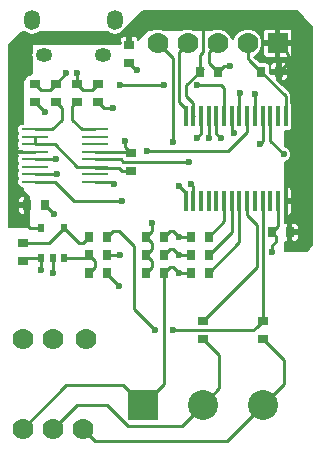
<source format=gtl>
G04 #@! TF.FileFunction,Copper,L1,Top,Signal*
%FSLAX46Y46*%
G04 Gerber Fmt 4.6, Leading zero omitted, Abs format (unit mm)*
G04 Created by KiCad (PCBNEW 4.0.1-stable) date 2/4/2016 12:26:45 PM*
%MOMM*%
G01*
G04 APERTURE LIST*
%ADD10C,0.100000*%
%ADD11R,0.787400X0.863600*%
%ADD12R,0.863600X0.787400*%
%ADD13R,1.778000X1.778000*%
%ADD14C,1.778000*%
%ADD15R,2.540000X2.540000*%
%ADD16C,2.540000*%
%ADD17R,0.508000X0.762000*%
%ADD18R,0.400000X1.750000*%
%ADD19R,2.200000X0.254000*%
%ADD20O,1.400000X1.150000*%
%ADD21O,1.325000X1.700000*%
%ADD22C,0.600000*%
%ADD23C,0.250000*%
%ADD24C,0.203200*%
G04 APERTURE END LIST*
D10*
D11*
X144018000Y-92202000D03*
X145542000Y-92202000D03*
X140970000Y-106172000D03*
X139446000Y-106172000D03*
D12*
X130048000Y-93218000D03*
X130048000Y-94742000D03*
D11*
X140970000Y-107696000D03*
X139446000Y-107696000D03*
D12*
X135382000Y-93218000D03*
X135382000Y-94742000D03*
D11*
X140970000Y-109220000D03*
X139446000Y-109220000D03*
D12*
X138176000Y-100584000D03*
X138176000Y-99060000D03*
D13*
X150622000Y-89789000D03*
D14*
X148082000Y-89789000D03*
X145542000Y-89789000D03*
X143002000Y-89789000D03*
X140462000Y-89789000D03*
D15*
X139192000Y-120396000D03*
D16*
X144272000Y-120396000D03*
X149352000Y-120396000D03*
D14*
X129032000Y-122428000D03*
X131572000Y-122428000D03*
X134112000Y-122428000D03*
X134366000Y-114808000D03*
X131572000Y-114808000D03*
X129032000Y-114808000D03*
D11*
X149225000Y-92202000D03*
X150749000Y-92202000D03*
D12*
X129032000Y-108204000D03*
X129032000Y-106680000D03*
D11*
X134620000Y-107696000D03*
X136144000Y-107696000D03*
X136144000Y-109220000D03*
X134620000Y-109220000D03*
X136144000Y-106172000D03*
X134620000Y-106172000D03*
X143256000Y-109220000D03*
X144780000Y-109220000D03*
X143256000Y-107696000D03*
X144780000Y-107696000D03*
X143256000Y-106172000D03*
X144780000Y-106172000D03*
D12*
X131826000Y-94742000D03*
X131826000Y-93218000D03*
X133604000Y-94742000D03*
X133604000Y-93218000D03*
X144272000Y-114808000D03*
X144272000Y-113284000D03*
X149352000Y-113284000D03*
X149352000Y-114808000D03*
D17*
X130619500Y-107950000D03*
X132524500Y-107950000D03*
X130619500Y-105410000D03*
X131572000Y-107950000D03*
X132524500Y-105410000D03*
D18*
X151291000Y-95968000D03*
X150641000Y-95968000D03*
X149991000Y-95968000D03*
X149341000Y-95968000D03*
X148691000Y-95968000D03*
X148041000Y-95968000D03*
X147391000Y-95968000D03*
X146741000Y-95968000D03*
X146091000Y-95968000D03*
X145441000Y-95968000D03*
X144791000Y-95968000D03*
X144141000Y-95968000D03*
X143491000Y-95968000D03*
X142841000Y-95968000D03*
X142841000Y-103168000D03*
X143491000Y-103168000D03*
X144141000Y-103168000D03*
X144791000Y-103168000D03*
X145441000Y-103168000D03*
X146091000Y-103168000D03*
X146741000Y-103168000D03*
X147391000Y-103168000D03*
X148041000Y-103168000D03*
X148691000Y-103168000D03*
X149341000Y-103168000D03*
X149991000Y-103168000D03*
X150641000Y-103168000D03*
X151291000Y-103168000D03*
D19*
X130048000Y-101536500D03*
X135128000Y-101536500D03*
X130048000Y-100901500D03*
X135128000Y-100901500D03*
X130048000Y-100266500D03*
X135128000Y-100266500D03*
X130048000Y-99631500D03*
X135128000Y-99631500D03*
X130048000Y-98996500D03*
X135128000Y-98996500D03*
X130048000Y-98361500D03*
X135128000Y-98361500D03*
X130048000Y-97726500D03*
X135128000Y-97726500D03*
X130048000Y-97091500D03*
X135128000Y-97091500D03*
D20*
X130850000Y-90764000D03*
X135850000Y-90764000D03*
D21*
X129850000Y-87864000D03*
X136850000Y-87864000D03*
D11*
X129413000Y-103505000D03*
X130937000Y-103505000D03*
X151638000Y-105791000D03*
X150114000Y-105791000D03*
D12*
X138049000Y-89916000D03*
X138049000Y-91440000D03*
D22*
X131318000Y-89281000D03*
X146558000Y-91694000D03*
X138684000Y-92075000D03*
X131699000Y-104267000D03*
X150114000Y-107442000D03*
X137668000Y-98044000D03*
X130937000Y-95631000D03*
X136652000Y-95250000D03*
X131826000Y-99568000D03*
X139954000Y-105029000D03*
X131572000Y-109220000D03*
X146939000Y-97409000D03*
X137287000Y-107696000D03*
X145796000Y-97790000D03*
X142240000Y-106172000D03*
X132715000Y-92329000D03*
X144780000Y-97790000D03*
X142240000Y-107696000D03*
X133604000Y-92329000D03*
X143764000Y-97790000D03*
X142240000Y-109220000D03*
X142240000Y-101854000D03*
X141732000Y-98171000D03*
X147447000Y-93980000D03*
X130556000Y-108966000D03*
X140208000Y-114046000D03*
X141732000Y-114046000D03*
X137414000Y-103124000D03*
X148717000Y-94107000D03*
X139573000Y-98933000D03*
X136779000Y-101727000D03*
X131953000Y-100838000D03*
X137287000Y-93345000D03*
X140970000Y-93345000D03*
X143764000Y-93345000D03*
X143256000Y-101727000D03*
X143129000Y-99822000D03*
X149098000Y-98298000D03*
X151130000Y-99187000D03*
X137160000Y-110363000D03*
D23*
X138049000Y-89916000D02*
X138049000Y-88900000D01*
X130048000Y-98996500D02*
X128333500Y-98996500D01*
X128333500Y-98996500D02*
X128270000Y-99060000D01*
X143491000Y-95968000D02*
X143491000Y-94850000D01*
X142875000Y-93345000D02*
X144018000Y-92202000D01*
X142875000Y-94234000D02*
X142875000Y-93345000D01*
X143491000Y-94850000D02*
X142875000Y-94234000D01*
X144018000Y-92202000D02*
X144018000Y-90805000D01*
X144018000Y-90805000D02*
X144272000Y-90551000D01*
X144272000Y-90551000D02*
X144272000Y-88519000D01*
X143510000Y-95949000D02*
X143491000Y-95968000D01*
X144018000Y-92202000D02*
X144272000Y-91948000D01*
X130619500Y-105410000D02*
X129667000Y-105410000D01*
X129667000Y-105410000D02*
X129159000Y-104902000D01*
X150749000Y-92202000D02*
X151511000Y-91440000D01*
X151511000Y-91440000D02*
X151511000Y-90678000D01*
X151511000Y-90678000D02*
X150622000Y-89789000D01*
X130619500Y-105410000D02*
X130619500Y-105346500D01*
X145542000Y-92202000D02*
X146050000Y-91694000D01*
X146050000Y-91694000D02*
X146558000Y-91694000D01*
X145542000Y-92202000D02*
X145161000Y-91821000D01*
X145161000Y-91821000D02*
X144907000Y-91567000D01*
X144907000Y-91567000D02*
X144780000Y-91440000D01*
X144780000Y-91440000D02*
X144780000Y-90551000D01*
X144780000Y-90551000D02*
X145542000Y-89789000D01*
X138049000Y-91440000D02*
X138557000Y-91948000D01*
X138557000Y-91948000D02*
X138684000Y-92075000D01*
X130937000Y-103505000D02*
X131445000Y-104013000D01*
X131445000Y-104013000D02*
X131699000Y-104267000D01*
X150114000Y-105791000D02*
X150495000Y-106172000D01*
X150495000Y-106172000D02*
X150495000Y-106553000D01*
X150114000Y-106934000D02*
X150114000Y-107442000D01*
X150495000Y-106553000D02*
X150114000Y-106934000D01*
X150641000Y-103168000D02*
X150641000Y-105264000D01*
X150641000Y-105264000D02*
X150114000Y-105791000D01*
X138176000Y-99060000D02*
X137668000Y-98552000D01*
X137668000Y-98552000D02*
X137668000Y-98044000D01*
X130048000Y-94742000D02*
X130810000Y-95504000D01*
X130810000Y-95504000D02*
X130937000Y-95631000D01*
X135382000Y-94742000D02*
X135890000Y-95250000D01*
X135890000Y-95250000D02*
X136652000Y-95250000D01*
X130048000Y-99631500D02*
X131762500Y-99631500D01*
X131762500Y-99631500D02*
X131826000Y-99568000D01*
X139446000Y-106172000D02*
X139954000Y-105664000D01*
X139954000Y-105664000D02*
X139954000Y-105029000D01*
X131572000Y-107950000D02*
X131572000Y-109220000D01*
X146741000Y-95968000D02*
X146741000Y-97211000D01*
X146741000Y-97211000D02*
X146939000Y-97409000D01*
X135128000Y-98996500D02*
X138112500Y-98996500D01*
X138112500Y-98996500D02*
X138176000Y-99060000D01*
X139446000Y-107696000D02*
X139954000Y-107188000D01*
X139954000Y-106680000D02*
X139446000Y-106172000D01*
X139954000Y-107188000D02*
X139954000Y-106680000D01*
X139446000Y-109220000D02*
X139954000Y-108712000D01*
X139954000Y-108204000D02*
X139446000Y-107696000D01*
X139954000Y-108712000D02*
X139954000Y-108204000D01*
X137287000Y-107696000D02*
X136144000Y-107696000D01*
X140970000Y-106172000D02*
X141478000Y-105664000D01*
X141732000Y-105664000D02*
X142240000Y-106172000D01*
X141478000Y-105664000D02*
X141732000Y-105664000D01*
X145441000Y-95968000D02*
X145441000Y-97435000D01*
X145796000Y-97790000D02*
X145441000Y-97435000D01*
X142240000Y-106172000D02*
X143256000Y-106172000D01*
X130048000Y-93218000D02*
X130556000Y-93726000D01*
X131318000Y-93726000D02*
X131826000Y-93218000D01*
X130556000Y-93726000D02*
X131318000Y-93726000D01*
X131826000Y-93218000D02*
X132715000Y-92329000D01*
X140970000Y-107696000D02*
X141478000Y-107188000D01*
X141732000Y-107188000D02*
X142240000Y-107696000D01*
X141478000Y-107188000D02*
X141732000Y-107188000D01*
X143256000Y-107696000D02*
X142240000Y-107696000D01*
X144791000Y-97779000D02*
X144791000Y-95968000D01*
X144780000Y-97790000D02*
X144791000Y-97779000D01*
X133604000Y-93218000D02*
X134112000Y-93726000D01*
X134874000Y-93726000D02*
X135382000Y-93218000D01*
X134112000Y-93726000D02*
X134874000Y-93726000D01*
X133604000Y-93218000D02*
X133604000Y-92329000D01*
X139192000Y-120396000D02*
X137541000Y-118745000D01*
X132715000Y-118745000D02*
X129032000Y-122428000D01*
X137541000Y-118745000D02*
X132715000Y-118745000D01*
X140970000Y-109220000D02*
X140970000Y-118618000D01*
X140970000Y-118618000D02*
X139192000Y-120396000D01*
X140970000Y-109220000D02*
X141478000Y-108712000D01*
X141732000Y-108712000D02*
X142240000Y-109220000D01*
X141478000Y-108712000D02*
X141732000Y-108712000D01*
X143256000Y-109220000D02*
X142240000Y-109220000D01*
X144141000Y-97413000D02*
X144141000Y-95968000D01*
X143764000Y-97790000D02*
X144141000Y-97413000D01*
X135128000Y-100266500D02*
X133667500Y-100266500D01*
X131762500Y-98361500D02*
X130048000Y-98361500D01*
X133667500Y-100266500D02*
X131762500Y-98361500D01*
X130048000Y-98361500D02*
X130048000Y-97726500D01*
X138176000Y-100584000D02*
X137414000Y-100584000D01*
X137160000Y-100330000D02*
X135191500Y-100330000D01*
X137414000Y-100584000D02*
X137160000Y-100330000D01*
X135191500Y-100330000D02*
X135128000Y-100266500D01*
X149225000Y-92202000D02*
X148209000Y-91186000D01*
X148082000Y-91059000D02*
X148082000Y-89789000D01*
X148209000Y-91186000D02*
X148082000Y-91059000D01*
X151291000Y-95968000D02*
X151291000Y-94268000D01*
X151291000Y-94268000D02*
X149225000Y-92202000D01*
X142841000Y-95968000D02*
X142841000Y-95343000D01*
X142841000Y-95343000D02*
X142240000Y-94742000D01*
X142240000Y-94742000D02*
X142240000Y-90551000D01*
X142240000Y-90551000D02*
X143002000Y-89789000D01*
X142841000Y-89950000D02*
X143002000Y-89789000D01*
X141732000Y-98171000D02*
X141732000Y-91059000D01*
X142841000Y-102455000D02*
X142240000Y-101854000D01*
X141732000Y-91059000D02*
X140462000Y-89789000D01*
X142841000Y-103168000D02*
X142841000Y-102455000D01*
X130619500Y-107950000D02*
X130619500Y-108902500D01*
X147391000Y-94036000D02*
X147391000Y-95968000D01*
X147447000Y-93980000D02*
X147391000Y-94036000D01*
X130619500Y-108902500D02*
X130556000Y-108966000D01*
X129032000Y-108204000D02*
X129159000Y-108204000D01*
X129159000Y-108204000D02*
X129413000Y-107950000D01*
X129413000Y-107950000D02*
X130619500Y-107950000D01*
X129032000Y-106680000D02*
X131254500Y-106680000D01*
X131254500Y-106680000D02*
X132524500Y-105410000D01*
X134620000Y-106172000D02*
X134112000Y-106680000D01*
X133794500Y-106680000D02*
X132524500Y-105410000D01*
X134112000Y-106680000D02*
X133794500Y-106680000D01*
X134620000Y-107696000D02*
X135128000Y-108204000D01*
X135128000Y-108712000D02*
X134620000Y-109220000D01*
X135128000Y-108204000D02*
X135128000Y-108712000D01*
X132524500Y-107950000D02*
X134366000Y-107950000D01*
X134366000Y-107950000D02*
X134620000Y-107696000D01*
X148041000Y-103168000D02*
X148041000Y-104353000D01*
X148844000Y-108712000D02*
X144272000Y-113284000D01*
X148844000Y-105156000D02*
X148844000Y-108712000D01*
X148041000Y-104353000D02*
X148844000Y-105156000D01*
X147391000Y-103168000D02*
X147391000Y-106609000D01*
X147391000Y-106609000D02*
X144780000Y-109220000D01*
X146741000Y-103168000D02*
X146741000Y-105735000D01*
X146741000Y-105735000D02*
X144780000Y-107696000D01*
X146091000Y-103168000D02*
X146091000Y-104861000D01*
X146091000Y-104861000D02*
X144780000Y-106172000D01*
X131826000Y-94742000D02*
X132334000Y-95250000D01*
X131508500Y-97091500D02*
X130048000Y-97091500D01*
X132334000Y-96266000D02*
X131508500Y-97091500D01*
X132334000Y-95250000D02*
X132334000Y-96266000D01*
X133604000Y-94742000D02*
X133223000Y-95123000D01*
X133223000Y-95123000D02*
X133223000Y-96266000D01*
X133223000Y-96266000D02*
X134048500Y-97091500D01*
X134048500Y-97091500D02*
X135128000Y-97091500D01*
X149352000Y-113284000D02*
X148844000Y-113792000D01*
X136652000Y-105664000D02*
X136144000Y-106172000D01*
X136779000Y-105664000D02*
X136652000Y-105664000D01*
X137160000Y-105664000D02*
X136779000Y-105664000D01*
X138430000Y-106934000D02*
X137160000Y-105664000D01*
X138430000Y-112268000D02*
X138430000Y-106934000D01*
X140208000Y-114046000D02*
X138430000Y-112268000D01*
X142621000Y-114046000D02*
X141732000Y-114046000D01*
X148590000Y-114046000D02*
X142621000Y-114046000D01*
X148717000Y-113919000D02*
X148590000Y-114046000D01*
X148844000Y-113792000D02*
X148717000Y-113919000D01*
X149341000Y-103168000D02*
X149341000Y-113273000D01*
X149341000Y-113273000D02*
X149352000Y-113284000D01*
X148691000Y-95968000D02*
X148691000Y-94133000D01*
X131762500Y-101536500D02*
X130048000Y-101536500D01*
X133350000Y-103124000D02*
X131762500Y-101536500D01*
X137414000Y-103124000D02*
X133350000Y-103124000D01*
X148691000Y-94133000D02*
X148717000Y-94107000D01*
X135128000Y-101536500D02*
X136588500Y-101536500D01*
X148041000Y-97323000D02*
X148041000Y-95968000D01*
X146431000Y-98933000D02*
X148041000Y-97323000D01*
X145923000Y-98933000D02*
X146431000Y-98933000D01*
X139573000Y-98933000D02*
X145923000Y-98933000D01*
X136588500Y-101536500D02*
X136779000Y-101727000D01*
X146050000Y-93599000D02*
X145796000Y-93345000D01*
X131889500Y-100901500D02*
X131953000Y-100838000D01*
X146050000Y-93599000D02*
X146091000Y-93640000D01*
X146091000Y-95968000D02*
X146091000Y-93640000D01*
X131889500Y-100901500D02*
X130048000Y-100901500D01*
X137922000Y-93345000D02*
X137287000Y-93345000D01*
X140970000Y-93345000D02*
X137922000Y-93345000D01*
X145796000Y-93345000D02*
X143764000Y-93345000D01*
X135128000Y-99631500D02*
X137350500Y-99631500D01*
X143491000Y-101962000D02*
X143491000Y-103168000D01*
X143256000Y-101727000D02*
X143491000Y-101962000D01*
X137541000Y-99822000D02*
X143129000Y-99822000D01*
X137350500Y-99631500D02*
X137541000Y-99822000D01*
X149341000Y-98055000D02*
X149341000Y-95968000D01*
X149098000Y-98298000D02*
X149341000Y-98055000D01*
X144272000Y-120396000D02*
X142494000Y-122174000D01*
X133604000Y-120396000D02*
X131572000Y-122428000D01*
X136144000Y-120396000D02*
X133604000Y-120396000D01*
X137922000Y-122174000D02*
X136144000Y-120396000D01*
X142494000Y-122174000D02*
X137922000Y-122174000D01*
X144272000Y-114808000D02*
X145669000Y-116205000D01*
X145669000Y-118999000D02*
X144272000Y-120396000D01*
X145669000Y-116205000D02*
X145669000Y-118999000D01*
X149991000Y-95968000D02*
X149991000Y-98048000D01*
X151130000Y-99187000D02*
X149991000Y-98048000D01*
X137160000Y-110363000D02*
X136144000Y-109347000D01*
X136144000Y-109347000D02*
X136144000Y-109220000D01*
X149352000Y-120396000D02*
X147066000Y-122682000D01*
X135128000Y-123444000D02*
X134112000Y-122428000D01*
X146304000Y-123444000D02*
X135128000Y-123444000D01*
X147066000Y-122682000D02*
X146304000Y-123444000D01*
X151130000Y-118618000D02*
X149352000Y-120396000D01*
X151130000Y-116586000D02*
X151130000Y-118618000D01*
X149352000Y-114808000D02*
X151130000Y-116586000D01*
D24*
G36*
X153568400Y-88434084D02*
X153568400Y-106891916D01*
X153119916Y-107340400D01*
X151231600Y-107340400D01*
X151231600Y-106578400D01*
X151396700Y-106578400D01*
X151485600Y-106489500D01*
X151485600Y-105943400D01*
X151790400Y-105943400D01*
X151790400Y-106489500D01*
X151879300Y-106578400D01*
X152102433Y-106578400D01*
X152233131Y-106524263D01*
X152333163Y-106424231D01*
X152387300Y-106293533D01*
X152387300Y-106032300D01*
X152298400Y-105943400D01*
X151790400Y-105943400D01*
X151485600Y-105943400D01*
X151465600Y-105943400D01*
X151465600Y-105638600D01*
X151485600Y-105638600D01*
X151485600Y-105092500D01*
X151790400Y-105092500D01*
X151790400Y-105638600D01*
X152298400Y-105638600D01*
X152387300Y-105549700D01*
X152387300Y-105288467D01*
X152333163Y-105157769D01*
X152233131Y-105057737D01*
X152102433Y-105003600D01*
X151879300Y-105003600D01*
X151790400Y-105092500D01*
X151485600Y-105092500D01*
X151396700Y-105003600D01*
X151231600Y-105003600D01*
X151231600Y-103320400D01*
X151391000Y-103320400D01*
X151391000Y-104309700D01*
X151479900Y-104398600D01*
X151561733Y-104398600D01*
X151692431Y-104344463D01*
X151792463Y-104244431D01*
X151846600Y-104113733D01*
X151846600Y-103409300D01*
X151757700Y-103320400D01*
X151391000Y-103320400D01*
X151231600Y-103320400D01*
X151231600Y-102026300D01*
X151391000Y-102026300D01*
X151391000Y-103015600D01*
X151757700Y-103015600D01*
X151846600Y-102926700D01*
X151846600Y-102222267D01*
X151792463Y-102091569D01*
X151692431Y-101991537D01*
X151561733Y-101937400D01*
X151479900Y-101937400D01*
X151391000Y-102026300D01*
X151231600Y-102026300D01*
X151231600Y-99842689D01*
X151259835Y-99842714D01*
X151500882Y-99743115D01*
X151685467Y-99558852D01*
X151785486Y-99317979D01*
X151785714Y-99057165D01*
X151686115Y-98816118D01*
X151501852Y-98631533D01*
X151260979Y-98531514D01*
X151231600Y-98531488D01*
X151231600Y-97205566D01*
X151491000Y-97205566D01*
X151622777Y-97180770D01*
X151743807Y-97102890D01*
X151825001Y-96984058D01*
X151853566Y-96843000D01*
X151853566Y-95093000D01*
X151828770Y-94961223D01*
X151771600Y-94872378D01*
X151771600Y-94268005D01*
X151771601Y-94268000D01*
X151735017Y-94084082D01*
X151707578Y-94043017D01*
X151630836Y-93928164D01*
X151630833Y-93928162D01*
X150596600Y-92893928D01*
X150596600Y-92354400D01*
X150901400Y-92354400D01*
X150901400Y-92900500D01*
X150990300Y-92989400D01*
X151213433Y-92989400D01*
X151344131Y-92935263D01*
X151444163Y-92835231D01*
X151498300Y-92704533D01*
X151498300Y-92443300D01*
X151409400Y-92354400D01*
X150901400Y-92354400D01*
X150596600Y-92354400D01*
X150088600Y-92354400D01*
X150072836Y-92370164D01*
X149981266Y-92278594D01*
X149981266Y-91770200D01*
X149967957Y-91699467D01*
X149999700Y-91699467D01*
X149999700Y-91960700D01*
X150088600Y-92049600D01*
X150596600Y-92049600D01*
X150596600Y-91503500D01*
X150901400Y-91503500D01*
X150901400Y-92049600D01*
X151409400Y-92049600D01*
X151498300Y-91960700D01*
X151498300Y-91699467D01*
X151444163Y-91568769D01*
X151344131Y-91468737D01*
X151213433Y-91414600D01*
X150990300Y-91414600D01*
X150901400Y-91503500D01*
X150596600Y-91503500D01*
X150507700Y-91414600D01*
X150284567Y-91414600D01*
X150153869Y-91468737D01*
X150053837Y-91568769D01*
X149999700Y-91699467D01*
X149967957Y-91699467D01*
X149956470Y-91638423D01*
X149878590Y-91517393D01*
X149759758Y-91436199D01*
X149618700Y-91407634D01*
X149110306Y-91407634D01*
X148617194Y-90914522D01*
X148786088Y-90844736D01*
X149136505Y-90494930D01*
X149326383Y-90037652D01*
X149326389Y-90030300D01*
X149377400Y-90030300D01*
X149377400Y-90748733D01*
X149431537Y-90879431D01*
X149531569Y-90979463D01*
X149662267Y-91033600D01*
X150380700Y-91033600D01*
X150469600Y-90944700D01*
X150469600Y-89941400D01*
X150774400Y-89941400D01*
X150774400Y-90944700D01*
X150863300Y-91033600D01*
X151581733Y-91033600D01*
X151712431Y-90979463D01*
X151812463Y-90879431D01*
X151866600Y-90748733D01*
X151866600Y-90030300D01*
X151777700Y-89941400D01*
X150774400Y-89941400D01*
X150469600Y-89941400D01*
X149466300Y-89941400D01*
X149377400Y-90030300D01*
X149326389Y-90030300D01*
X149326815Y-89542520D01*
X149137736Y-89084912D01*
X148882537Y-88829267D01*
X149377400Y-88829267D01*
X149377400Y-89547700D01*
X149466300Y-89636600D01*
X150469600Y-89636600D01*
X150469600Y-88633300D01*
X150774400Y-88633300D01*
X150774400Y-89636600D01*
X151777700Y-89636600D01*
X151866600Y-89547700D01*
X151866600Y-88829267D01*
X151812463Y-88698569D01*
X151712431Y-88598537D01*
X151581733Y-88544400D01*
X150863300Y-88544400D01*
X150774400Y-88633300D01*
X150469600Y-88633300D01*
X150380700Y-88544400D01*
X149662267Y-88544400D01*
X149531569Y-88598537D01*
X149431537Y-88698569D01*
X149377400Y-88829267D01*
X148882537Y-88829267D01*
X148787930Y-88734495D01*
X148330652Y-88544617D01*
X147835520Y-88544185D01*
X147377912Y-88733264D01*
X147027495Y-89083070D01*
X146873827Y-89453143D01*
X146662614Y-89241930D01*
X146597736Y-89084912D01*
X146247930Y-88734495D01*
X145790652Y-88544617D01*
X145295520Y-88544185D01*
X144987635Y-88671400D01*
X143555980Y-88671400D01*
X143250652Y-88544617D01*
X142755520Y-88544185D01*
X142447635Y-88671400D01*
X141015980Y-88671400D01*
X140710652Y-88544617D01*
X140215520Y-88544185D01*
X139907635Y-88671400D01*
X139700000Y-88671400D01*
X139660472Y-88679405D01*
X139628158Y-88701158D01*
X138836400Y-89492916D01*
X138836400Y-89451567D01*
X138782263Y-89320869D01*
X138682231Y-89220837D01*
X138551533Y-89166700D01*
X138290300Y-89166700D01*
X138201400Y-89255600D01*
X138201400Y-89763600D01*
X138221400Y-89763600D01*
X138221400Y-89814400D01*
X137876600Y-89814400D01*
X137876600Y-89763600D01*
X137896600Y-89763600D01*
X137896600Y-89255600D01*
X137807700Y-89166700D01*
X137546467Y-89166700D01*
X137415769Y-89220837D01*
X137315737Y-89320869D01*
X137261600Y-89451567D01*
X137261600Y-89674700D01*
X137350498Y-89763598D01*
X137261600Y-89763598D01*
X137261600Y-89814400D01*
X129921000Y-89814400D01*
X129881472Y-89822405D01*
X129848172Y-89845157D01*
X129826348Y-89879073D01*
X129819400Y-89916000D01*
X129819400Y-90534352D01*
X129773720Y-90764000D01*
X129819400Y-90993648D01*
X129819400Y-92286916D01*
X129644582Y-92461734D01*
X129616200Y-92461734D01*
X129484423Y-92486530D01*
X129363393Y-92564410D01*
X129282199Y-92683242D01*
X129253634Y-92824300D01*
X129253634Y-92852682D01*
X129087158Y-93019158D01*
X129064868Y-93052769D01*
X129057400Y-93091000D01*
X129057400Y-96601934D01*
X128948000Y-96601934D01*
X128816223Y-96626730D01*
X128695193Y-96704610D01*
X128613999Y-96823442D01*
X128585434Y-96964500D01*
X128585434Y-97218500D01*
X128610230Y-97350277D01*
X128647903Y-97408822D01*
X128613999Y-97458442D01*
X128585434Y-97599500D01*
X128585434Y-97853500D01*
X128610230Y-97985277D01*
X128647903Y-98043822D01*
X128613999Y-98093442D01*
X128585434Y-98234500D01*
X128585434Y-98488500D01*
X128610230Y-98620277D01*
X128644362Y-98673320D01*
X128592400Y-98798767D01*
X128592400Y-98844100D01*
X128681300Y-98933000D01*
X129057400Y-98933000D01*
X129057400Y-99060000D01*
X128681300Y-99060000D01*
X128592400Y-99148900D01*
X128592400Y-99194233D01*
X128644188Y-99319259D01*
X128613999Y-99363442D01*
X128585434Y-99504500D01*
X128585434Y-99758500D01*
X128610230Y-99890277D01*
X128647903Y-99948822D01*
X128613999Y-99998442D01*
X128585434Y-100139500D01*
X128585434Y-100393500D01*
X128610230Y-100525277D01*
X128647903Y-100583822D01*
X128613999Y-100633442D01*
X128585434Y-100774500D01*
X128585434Y-101028500D01*
X128610230Y-101160277D01*
X128647903Y-101218822D01*
X128613999Y-101268442D01*
X128585434Y-101409500D01*
X128585434Y-101663500D01*
X128610230Y-101795277D01*
X128688110Y-101916307D01*
X128806942Y-101997501D01*
X128948000Y-102026066D01*
X129057400Y-102026066D01*
X129057400Y-102235000D01*
X129065405Y-102274528D01*
X129087158Y-102306842D01*
X129565400Y-102785084D01*
X129565400Y-105308400D01*
X127863600Y-105308400D01*
X127863600Y-103746300D01*
X128663700Y-103746300D01*
X128663700Y-104007533D01*
X128717837Y-104138231D01*
X128817869Y-104238263D01*
X128948567Y-104292400D01*
X129171700Y-104292400D01*
X129260600Y-104203500D01*
X129260600Y-103657400D01*
X128752600Y-103657400D01*
X128663700Y-103746300D01*
X127863600Y-103746300D01*
X127863600Y-103002467D01*
X128663700Y-103002467D01*
X128663700Y-103263700D01*
X128752600Y-103352600D01*
X129260600Y-103352600D01*
X129260600Y-102806500D01*
X129171700Y-102717600D01*
X128948567Y-102717600D01*
X128817869Y-102771737D01*
X128717837Y-102871769D01*
X128663700Y-103002467D01*
X127863600Y-103002467D01*
X127863600Y-89958084D01*
X128947084Y-88874600D01*
X129249188Y-88874600D01*
X129460390Y-89015721D01*
X129850000Y-89093219D01*
X130239610Y-89015721D01*
X130450812Y-88874600D01*
X136249188Y-88874600D01*
X136460390Y-89015721D01*
X136850000Y-89093219D01*
X137239610Y-89015721D01*
X137569905Y-88795024D01*
X137638864Y-88691820D01*
X139234084Y-87096600D01*
X152230916Y-87096600D01*
X153568400Y-88434084D01*
X153568400Y-88434084D01*
G37*
X153568400Y-88434084D02*
X153568400Y-106891916D01*
X153119916Y-107340400D01*
X151231600Y-107340400D01*
X151231600Y-106578400D01*
X151396700Y-106578400D01*
X151485600Y-106489500D01*
X151485600Y-105943400D01*
X151790400Y-105943400D01*
X151790400Y-106489500D01*
X151879300Y-106578400D01*
X152102433Y-106578400D01*
X152233131Y-106524263D01*
X152333163Y-106424231D01*
X152387300Y-106293533D01*
X152387300Y-106032300D01*
X152298400Y-105943400D01*
X151790400Y-105943400D01*
X151485600Y-105943400D01*
X151465600Y-105943400D01*
X151465600Y-105638600D01*
X151485600Y-105638600D01*
X151485600Y-105092500D01*
X151790400Y-105092500D01*
X151790400Y-105638600D01*
X152298400Y-105638600D01*
X152387300Y-105549700D01*
X152387300Y-105288467D01*
X152333163Y-105157769D01*
X152233131Y-105057737D01*
X152102433Y-105003600D01*
X151879300Y-105003600D01*
X151790400Y-105092500D01*
X151485600Y-105092500D01*
X151396700Y-105003600D01*
X151231600Y-105003600D01*
X151231600Y-103320400D01*
X151391000Y-103320400D01*
X151391000Y-104309700D01*
X151479900Y-104398600D01*
X151561733Y-104398600D01*
X151692431Y-104344463D01*
X151792463Y-104244431D01*
X151846600Y-104113733D01*
X151846600Y-103409300D01*
X151757700Y-103320400D01*
X151391000Y-103320400D01*
X151231600Y-103320400D01*
X151231600Y-102026300D01*
X151391000Y-102026300D01*
X151391000Y-103015600D01*
X151757700Y-103015600D01*
X151846600Y-102926700D01*
X151846600Y-102222267D01*
X151792463Y-102091569D01*
X151692431Y-101991537D01*
X151561733Y-101937400D01*
X151479900Y-101937400D01*
X151391000Y-102026300D01*
X151231600Y-102026300D01*
X151231600Y-99842689D01*
X151259835Y-99842714D01*
X151500882Y-99743115D01*
X151685467Y-99558852D01*
X151785486Y-99317979D01*
X151785714Y-99057165D01*
X151686115Y-98816118D01*
X151501852Y-98631533D01*
X151260979Y-98531514D01*
X151231600Y-98531488D01*
X151231600Y-97205566D01*
X151491000Y-97205566D01*
X151622777Y-97180770D01*
X151743807Y-97102890D01*
X151825001Y-96984058D01*
X151853566Y-96843000D01*
X151853566Y-95093000D01*
X151828770Y-94961223D01*
X151771600Y-94872378D01*
X151771600Y-94268005D01*
X151771601Y-94268000D01*
X151735017Y-94084082D01*
X151707578Y-94043017D01*
X151630836Y-93928164D01*
X151630833Y-93928162D01*
X150596600Y-92893928D01*
X150596600Y-92354400D01*
X150901400Y-92354400D01*
X150901400Y-92900500D01*
X150990300Y-92989400D01*
X151213433Y-92989400D01*
X151344131Y-92935263D01*
X151444163Y-92835231D01*
X151498300Y-92704533D01*
X151498300Y-92443300D01*
X151409400Y-92354400D01*
X150901400Y-92354400D01*
X150596600Y-92354400D01*
X150088600Y-92354400D01*
X150072836Y-92370164D01*
X149981266Y-92278594D01*
X149981266Y-91770200D01*
X149967957Y-91699467D01*
X149999700Y-91699467D01*
X149999700Y-91960700D01*
X150088600Y-92049600D01*
X150596600Y-92049600D01*
X150596600Y-91503500D01*
X150901400Y-91503500D01*
X150901400Y-92049600D01*
X151409400Y-92049600D01*
X151498300Y-91960700D01*
X151498300Y-91699467D01*
X151444163Y-91568769D01*
X151344131Y-91468737D01*
X151213433Y-91414600D01*
X150990300Y-91414600D01*
X150901400Y-91503500D01*
X150596600Y-91503500D01*
X150507700Y-91414600D01*
X150284567Y-91414600D01*
X150153869Y-91468737D01*
X150053837Y-91568769D01*
X149999700Y-91699467D01*
X149967957Y-91699467D01*
X149956470Y-91638423D01*
X149878590Y-91517393D01*
X149759758Y-91436199D01*
X149618700Y-91407634D01*
X149110306Y-91407634D01*
X148617194Y-90914522D01*
X148786088Y-90844736D01*
X149136505Y-90494930D01*
X149326383Y-90037652D01*
X149326389Y-90030300D01*
X149377400Y-90030300D01*
X149377400Y-90748733D01*
X149431537Y-90879431D01*
X149531569Y-90979463D01*
X149662267Y-91033600D01*
X150380700Y-91033600D01*
X150469600Y-90944700D01*
X150469600Y-89941400D01*
X150774400Y-89941400D01*
X150774400Y-90944700D01*
X150863300Y-91033600D01*
X151581733Y-91033600D01*
X151712431Y-90979463D01*
X151812463Y-90879431D01*
X151866600Y-90748733D01*
X151866600Y-90030300D01*
X151777700Y-89941400D01*
X150774400Y-89941400D01*
X150469600Y-89941400D01*
X149466300Y-89941400D01*
X149377400Y-90030300D01*
X149326389Y-90030300D01*
X149326815Y-89542520D01*
X149137736Y-89084912D01*
X148882537Y-88829267D01*
X149377400Y-88829267D01*
X149377400Y-89547700D01*
X149466300Y-89636600D01*
X150469600Y-89636600D01*
X150469600Y-88633300D01*
X150774400Y-88633300D01*
X150774400Y-89636600D01*
X151777700Y-89636600D01*
X151866600Y-89547700D01*
X151866600Y-88829267D01*
X151812463Y-88698569D01*
X151712431Y-88598537D01*
X151581733Y-88544400D01*
X150863300Y-88544400D01*
X150774400Y-88633300D01*
X150469600Y-88633300D01*
X150380700Y-88544400D01*
X149662267Y-88544400D01*
X149531569Y-88598537D01*
X149431537Y-88698569D01*
X149377400Y-88829267D01*
X148882537Y-88829267D01*
X148787930Y-88734495D01*
X148330652Y-88544617D01*
X147835520Y-88544185D01*
X147377912Y-88733264D01*
X147027495Y-89083070D01*
X146873827Y-89453143D01*
X146662614Y-89241930D01*
X146597736Y-89084912D01*
X146247930Y-88734495D01*
X145790652Y-88544617D01*
X145295520Y-88544185D01*
X144987635Y-88671400D01*
X143555980Y-88671400D01*
X143250652Y-88544617D01*
X142755520Y-88544185D01*
X142447635Y-88671400D01*
X141015980Y-88671400D01*
X140710652Y-88544617D01*
X140215520Y-88544185D01*
X139907635Y-88671400D01*
X139700000Y-88671400D01*
X139660472Y-88679405D01*
X139628158Y-88701158D01*
X138836400Y-89492916D01*
X138836400Y-89451567D01*
X138782263Y-89320869D01*
X138682231Y-89220837D01*
X138551533Y-89166700D01*
X138290300Y-89166700D01*
X138201400Y-89255600D01*
X138201400Y-89763600D01*
X138221400Y-89763600D01*
X138221400Y-89814400D01*
X137876600Y-89814400D01*
X137876600Y-89763600D01*
X137896600Y-89763600D01*
X137896600Y-89255600D01*
X137807700Y-89166700D01*
X137546467Y-89166700D01*
X137415769Y-89220837D01*
X137315737Y-89320869D01*
X137261600Y-89451567D01*
X137261600Y-89674700D01*
X137350498Y-89763598D01*
X137261600Y-89763598D01*
X137261600Y-89814400D01*
X129921000Y-89814400D01*
X129881472Y-89822405D01*
X129848172Y-89845157D01*
X129826348Y-89879073D01*
X129819400Y-89916000D01*
X129819400Y-90534352D01*
X129773720Y-90764000D01*
X129819400Y-90993648D01*
X129819400Y-92286916D01*
X129644582Y-92461734D01*
X129616200Y-92461734D01*
X129484423Y-92486530D01*
X129363393Y-92564410D01*
X129282199Y-92683242D01*
X129253634Y-92824300D01*
X129253634Y-92852682D01*
X129087158Y-93019158D01*
X129064868Y-93052769D01*
X129057400Y-93091000D01*
X129057400Y-96601934D01*
X128948000Y-96601934D01*
X128816223Y-96626730D01*
X128695193Y-96704610D01*
X128613999Y-96823442D01*
X128585434Y-96964500D01*
X128585434Y-97218500D01*
X128610230Y-97350277D01*
X128647903Y-97408822D01*
X128613999Y-97458442D01*
X128585434Y-97599500D01*
X128585434Y-97853500D01*
X128610230Y-97985277D01*
X128647903Y-98043822D01*
X128613999Y-98093442D01*
X128585434Y-98234500D01*
X128585434Y-98488500D01*
X128610230Y-98620277D01*
X128644362Y-98673320D01*
X128592400Y-98798767D01*
X128592400Y-98844100D01*
X128681300Y-98933000D01*
X129057400Y-98933000D01*
X129057400Y-99060000D01*
X128681300Y-99060000D01*
X128592400Y-99148900D01*
X128592400Y-99194233D01*
X128644188Y-99319259D01*
X128613999Y-99363442D01*
X128585434Y-99504500D01*
X128585434Y-99758500D01*
X128610230Y-99890277D01*
X128647903Y-99948822D01*
X128613999Y-99998442D01*
X128585434Y-100139500D01*
X128585434Y-100393500D01*
X128610230Y-100525277D01*
X128647903Y-100583822D01*
X128613999Y-100633442D01*
X128585434Y-100774500D01*
X128585434Y-101028500D01*
X128610230Y-101160277D01*
X128647903Y-101218822D01*
X128613999Y-101268442D01*
X128585434Y-101409500D01*
X128585434Y-101663500D01*
X128610230Y-101795277D01*
X128688110Y-101916307D01*
X128806942Y-101997501D01*
X128948000Y-102026066D01*
X129057400Y-102026066D01*
X129057400Y-102235000D01*
X129065405Y-102274528D01*
X129087158Y-102306842D01*
X129565400Y-102785084D01*
X129565400Y-105308400D01*
X127863600Y-105308400D01*
X127863600Y-103746300D01*
X128663700Y-103746300D01*
X128663700Y-104007533D01*
X128717837Y-104138231D01*
X128817869Y-104238263D01*
X128948567Y-104292400D01*
X129171700Y-104292400D01*
X129260600Y-104203500D01*
X129260600Y-103657400D01*
X128752600Y-103657400D01*
X128663700Y-103746300D01*
X127863600Y-103746300D01*
X127863600Y-103002467D01*
X128663700Y-103002467D01*
X128663700Y-103263700D01*
X128752600Y-103352600D01*
X129260600Y-103352600D01*
X129260600Y-102806500D01*
X129171700Y-102717600D01*
X128948567Y-102717600D01*
X128817869Y-102771737D01*
X128717837Y-102871769D01*
X128663700Y-103002467D01*
X127863600Y-103002467D01*
X127863600Y-89958084D01*
X128947084Y-88874600D01*
X129249188Y-88874600D01*
X129460390Y-89015721D01*
X129850000Y-89093219D01*
X130239610Y-89015721D01*
X130450812Y-88874600D01*
X136249188Y-88874600D01*
X136460390Y-89015721D01*
X136850000Y-89093219D01*
X137239610Y-89015721D01*
X137569905Y-88795024D01*
X137638864Y-88691820D01*
X139234084Y-87096600D01*
X152230916Y-87096600D01*
X153568400Y-88434084D01*
M02*

</source>
